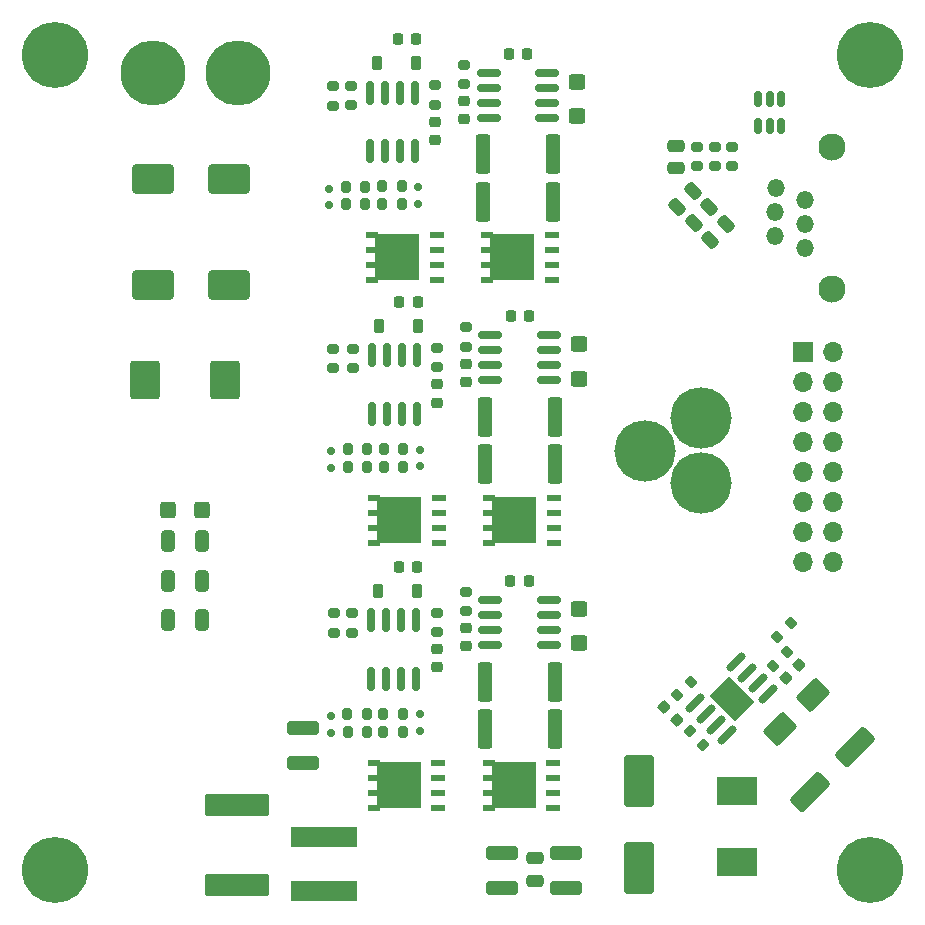
<source format=gts>
%TF.GenerationSoftware,KiCad,Pcbnew,8.0.1*%
%TF.CreationDate,2024-09-08T16:29:12+01:00*%
%TF.ProjectId,BaselineRP2040MotorController,42617365-6c69-46e6-9552-50323034304d,rev?*%
%TF.SameCoordinates,Original*%
%TF.FileFunction,Soldermask,Top*%
%TF.FilePolarity,Negative*%
%FSLAX46Y46*%
G04 Gerber Fmt 4.6, Leading zero omitted, Abs format (unit mm)*
G04 Created by KiCad (PCBNEW 8.0.1) date 2024-09-08 16:29:12*
%MOMM*%
%LPD*%
G01*
G04 APERTURE LIST*
G04 Aperture macros list*
%AMRoundRect*
0 Rectangle with rounded corners*
0 $1 Rounding radius*
0 $2 $3 $4 $5 $6 $7 $8 $9 X,Y pos of 4 corners*
0 Add a 4 corners polygon primitive as box body*
4,1,4,$2,$3,$4,$5,$6,$7,$8,$9,$2,$3,0*
0 Add four circle primitives for the rounded corners*
1,1,$1+$1,$2,$3*
1,1,$1+$1,$4,$5*
1,1,$1+$1,$6,$7*
1,1,$1+$1,$8,$9*
0 Add four rect primitives between the rounded corners*
20,1,$1+$1,$2,$3,$4,$5,0*
20,1,$1+$1,$4,$5,$6,$7,0*
20,1,$1+$1,$6,$7,$8,$9,0*
20,1,$1+$1,$8,$9,$2,$3,0*%
%AMRotRect*
0 Rectangle, with rotation*
0 The origin of the aperture is its center*
0 $1 length*
0 $2 width*
0 $3 Rotation angle, in degrees counterclockwise*
0 Add horizontal line*
21,1,$1,$2,0,0,$3*%
G04 Aperture macros list end*
%ADD10RoundRect,0.200000X-0.275000X0.200000X-0.275000X-0.200000X0.275000X-0.200000X0.275000X0.200000X0*%
%ADD11RoundRect,0.250000X0.475000X-0.250000X0.475000X0.250000X-0.475000X0.250000X-0.475000X-0.250000X0*%
%ADD12RoundRect,0.250000X0.159099X-0.512652X0.512652X-0.159099X-0.159099X0.512652X-0.512652X0.159099X0*%
%ADD13RoundRect,0.250000X-0.362500X-1.425000X0.362500X-1.425000X0.362500X1.425000X-0.362500X1.425000X0*%
%ADD14RoundRect,0.250000X0.247487X1.166726X-1.166726X-0.247487X-0.247487X-1.166726X1.166726X0.247487X0*%
%ADD15RoundRect,0.200000X0.200000X0.275000X-0.200000X0.275000X-0.200000X-0.275000X0.200000X-0.275000X0*%
%ADD16RoundRect,0.200000X-0.200000X-0.275000X0.200000X-0.275000X0.200000X0.275000X-0.200000X0.275000X0*%
%ADD17RoundRect,0.150000X0.825000X0.150000X-0.825000X0.150000X-0.825000X-0.150000X0.825000X-0.150000X0*%
%ADD18RoundRect,0.250000X0.325000X0.650000X-0.325000X0.650000X-0.325000X-0.650000X0.325000X-0.650000X0*%
%ADD19RoundRect,0.150000X-0.150000X0.825000X-0.150000X-0.825000X0.150000X-0.825000X0.150000X0.825000X0*%
%ADD20RoundRect,0.250000X-2.475000X0.712500X-2.475000X-0.712500X2.475000X-0.712500X2.475000X0.712500X0*%
%ADD21RoundRect,0.150000X-0.477297X-0.689429X0.689429X0.477297X0.477297X0.689429X-0.689429X-0.477297X0*%
%ADD22RotRect,2.290000X3.000000X45.000000*%
%ADD23C,5.500000*%
%ADD24R,3.500000X2.350000*%
%ADD25RoundRect,0.225000X-0.017678X0.335876X-0.335876X0.017678X0.017678X-0.335876X0.335876X-0.017678X0*%
%ADD26RoundRect,0.250000X1.100000X-0.325000X1.100000X0.325000X-1.100000X0.325000X-1.100000X-0.325000X0*%
%ADD27RoundRect,0.150000X0.200000X-0.150000X0.200000X0.150000X-0.200000X0.150000X-0.200000X-0.150000X0*%
%ADD28C,3.600000*%
%ADD29C,5.600000*%
%ADD30RoundRect,0.250000X1.500000X1.000000X-1.500000X1.000000X-1.500000X-1.000000X1.500000X-1.000000X0*%
%ADD31RoundRect,0.225000X-0.225000X-0.250000X0.225000X-0.250000X0.225000X0.250000X-0.225000X0.250000X0*%
%ADD32RoundRect,0.225000X0.250000X-0.225000X0.250000X0.225000X-0.250000X0.225000X-0.250000X-0.225000X0*%
%ADD33R,1.270000X0.610000*%
%ADD34R,3.810000X3.910000*%
%ADD35R,1.020000X0.610000*%
%ADD36RoundRect,0.250000X0.450000X-0.400000X0.450000X0.400000X-0.450000X0.400000X-0.450000X-0.400000X0*%
%ADD37RoundRect,0.225000X-0.225000X-0.375000X0.225000X-0.375000X0.225000X0.375000X-0.225000X0.375000X0*%
%ADD38RoundRect,0.250000X-0.159099X0.512652X-0.512652X0.159099X0.159099X-0.512652X0.512652X-0.159099X0*%
%ADD39R,1.700000X1.700000*%
%ADD40O,1.700000X1.700000*%
%ADD41RoundRect,0.150000X-0.150000X0.512500X-0.150000X-0.512500X0.150000X-0.512500X0.150000X0.512500X0*%
%ADD42RoundRect,0.200000X-0.053033X0.335876X-0.335876X0.053033X0.053033X-0.335876X0.335876X-0.053033X0*%
%ADD43RoundRect,0.250000X-1.000000X1.400000X-1.000000X-1.400000X1.000000X-1.400000X1.000000X1.400000X0*%
%ADD44C,2.300000*%
%ADD45O,1.500000X1.500000*%
%ADD46R,5.700000X1.700000*%
%ADD47RoundRect,0.225000X0.335876X0.017678X0.017678X0.335876X-0.335876X-0.017678X-0.017678X-0.335876X0*%
%ADD48RoundRect,0.250000X-0.671751X-1.449569X1.449569X0.671751X0.671751X1.449569X-1.449569X-0.671751X0*%
%ADD49RoundRect,0.250000X1.000000X-1.950000X1.000000X1.950000X-1.000000X1.950000X-1.000000X-1.950000X0*%
%ADD50RoundRect,0.250000X0.400000X0.450000X-0.400000X0.450000X-0.400000X-0.450000X0.400000X-0.450000X0*%
%ADD51RoundRect,0.200000X-0.335876X-0.053033X-0.053033X-0.335876X0.335876X0.053033X0.053033X0.335876X0*%
%ADD52C,5.200000*%
G04 APERTURE END LIST*
D10*
%TO.C,R50*%
X171719997Y-40875003D03*
X171720003Y-42525001D03*
%TD*%
D11*
%TO.C,C48*%
X167000000Y-42700000D03*
X167000000Y-40800000D03*
%TD*%
D12*
%TO.C,C39*%
X167056498Y-45943502D03*
X168400000Y-44600000D03*
%TD*%
D13*
%TO.C,R22*%
X150802966Y-86163180D03*
X156727966Y-86163180D03*
%TD*%
D14*
%TO.C,D16*%
X178594977Y-87305028D03*
X175766543Y-90133456D03*
%TD*%
D15*
%TO.C,R27*%
X140678089Y-44247149D03*
X139028091Y-44247145D03*
%TD*%
D13*
%TO.C,R21*%
X150765466Y-90163180D03*
X156690466Y-90163180D03*
%TD*%
%TO.C,R48*%
X150786964Y-67764392D03*
X156711964Y-67764392D03*
%TD*%
D10*
%TO.C,R12*%
X146726230Y-80333786D03*
X146726228Y-81983784D03*
%TD*%
D16*
%TO.C,R26*%
X142079547Y-44238665D03*
X143729545Y-44238665D03*
%TD*%
D15*
%TO.C,R17*%
X140814356Y-90410350D03*
X139164358Y-90410354D03*
%TD*%
D17*
%TO.C,U6*%
X156195223Y-83055622D03*
X156195223Y-81785620D03*
X156195226Y-80515619D03*
X156195221Y-79245620D03*
X151245223Y-79245618D03*
X151245223Y-80515620D03*
X151245220Y-81785621D03*
X151245225Y-83055620D03*
%TD*%
D10*
%TO.C,R24*%
X139436590Y-35729587D03*
X139436588Y-37379585D03*
%TD*%
D18*
%TO.C,C34*%
X126875004Y-80949998D03*
X123925002Y-80950002D03*
%TD*%
D10*
%TO.C,R36*%
X137900001Y-57978800D03*
X137899999Y-59628798D03*
%TD*%
D19*
%TO.C,U5*%
X144976336Y-80970185D03*
X143706337Y-80970182D03*
X142436336Y-80970183D03*
X141166335Y-80970183D03*
X141166336Y-85920181D03*
X142436335Y-85920184D03*
X143706336Y-85920183D03*
X144976337Y-85920183D03*
%TD*%
D10*
%TO.C,R23*%
X137887185Y-35737594D03*
X137887183Y-37387592D03*
%TD*%
D20*
%TO.C,F1*%
X129799998Y-96625002D03*
X129800000Y-103400000D03*
%TD*%
D15*
%TO.C,R30*%
X140674999Y-45749998D03*
X139025001Y-45750002D03*
%TD*%
%TO.C,R43*%
X140843279Y-67977264D03*
X139193281Y-67977260D03*
%TD*%
D16*
%TO.C,R39*%
X142238615Y-66499706D03*
X143888615Y-66499706D03*
%TD*%
D21*
%TO.C,U13*%
X168586143Y-88005563D03*
X169484170Y-88903591D03*
X170382196Y-89801620D03*
X171280226Y-90699641D03*
X174780403Y-87199465D03*
X173882376Y-86301437D03*
X172984350Y-85403408D03*
X172086320Y-84505387D03*
D22*
X171683273Y-87602514D03*
%TD*%
D23*
%TO.C,J4*%
X122700000Y-34600000D03*
X129900000Y-34600000D03*
%TD*%
D24*
%TO.C,L1*%
X172150000Y-95400000D03*
X172150000Y-101450000D03*
%TD*%
D25*
%TO.C,C57*%
X177378762Y-84721236D03*
X176282758Y-85817248D03*
%TD*%
D26*
%TO.C,C65*%
X152250001Y-103625003D03*
X152249999Y-100674997D03*
%TD*%
D10*
%TO.C,R10*%
X138011862Y-80390772D03*
X138011860Y-82040770D03*
%TD*%
D26*
%TO.C,C64*%
X135400001Y-93075000D03*
X135399999Y-90125000D03*
%TD*%
D27*
%TO.C,D4*%
X137727965Y-89081509D03*
X137727965Y-90481505D03*
%TD*%
D28*
%TO.C,H2*%
X183400000Y-102100000D03*
D29*
X183400000Y-102100000D03*
%TD*%
D30*
%TO.C,C37*%
X129150002Y-52599998D03*
X122649998Y-52600002D03*
%TD*%
D31*
%TO.C,C16*%
X143525000Y-76450000D03*
X145075000Y-76450000D03*
%TD*%
D32*
%TO.C,C1*%
X149201525Y-83175767D03*
X149201529Y-81625771D03*
%TD*%
D33*
%TO.C,AH2*%
X146710001Y-50884999D03*
X146710001Y-49614999D03*
X146709998Y-52155000D03*
X146710002Y-48345000D03*
D34*
X143350000Y-50250000D03*
D35*
X141245001Y-48345001D03*
X141244999Y-49615003D03*
X141244998Y-52154999D03*
X141244997Y-50885001D03*
%TD*%
D36*
%TO.C,D5*%
X158779558Y-82930800D03*
X158779558Y-80030796D03*
%TD*%
D10*
%TO.C,R5*%
X149057337Y-33925001D03*
X149057343Y-35574999D03*
%TD*%
D37*
%TO.C,D2*%
X141773655Y-78451701D03*
X145073655Y-78451701D03*
%TD*%
D36*
%TO.C,D13*%
X158794655Y-60498233D03*
X158794655Y-57598229D03*
%TD*%
D38*
%TO.C,C45*%
X169800000Y-46000000D03*
X168456498Y-47343502D03*
%TD*%
D26*
%TO.C,C51*%
X157650001Y-103625000D03*
X157649999Y-100675000D03*
%TD*%
D39*
%TO.C,J5*%
X177750001Y-58225002D03*
D40*
X180290001Y-58225002D03*
X177750001Y-60765002D03*
X180289999Y-60764999D03*
X177750006Y-63305001D03*
X180290002Y-63304999D03*
X177750001Y-65845002D03*
X180290002Y-65845002D03*
X177750000Y-68385002D03*
X180290003Y-68385004D03*
X177750006Y-70925002D03*
X180290001Y-70925002D03*
X177750001Y-73465002D03*
X180290003Y-73465003D03*
X177750003Y-76005005D03*
X180290004Y-76005002D03*
%TD*%
D41*
%TO.C,U11*%
X175850000Y-36799995D03*
X174900002Y-36799999D03*
X173950000Y-36800000D03*
X173950004Y-39075001D03*
X174900002Y-39074997D03*
X175850004Y-39074996D03*
%TD*%
D38*
%TO.C,C42*%
X171200000Y-47400000D03*
X169856498Y-48743502D03*
%TD*%
D10*
%TO.C,R25*%
X146600001Y-35675001D03*
X146599999Y-37324999D03*
%TD*%
D33*
%TO.C,AL2*%
X156460001Y-50884999D03*
X156460001Y-49614999D03*
X156459998Y-52155000D03*
X156460002Y-48345000D03*
D34*
X153100000Y-50250000D03*
D35*
X150995001Y-48345001D03*
X150994999Y-49615003D03*
X150994998Y-52154999D03*
X150994997Y-50885001D03*
%TD*%
D32*
%TO.C,C3*%
X149216061Y-60785578D03*
X149216065Y-59235582D03*
%TD*%
D31*
%TO.C,C27*%
X152825000Y-33000000D03*
X154375000Y-33000000D03*
%TD*%
D18*
%TO.C,C38*%
X126875004Y-74249997D03*
X123925002Y-74250001D03*
%TD*%
D32*
%TO.C,C32*%
X146766578Y-62552940D03*
X146766582Y-61002944D03*
%TD*%
D42*
%TO.C,R59*%
X176664117Y-81235876D03*
X175497403Y-82402608D03*
%TD*%
D27*
%TO.C,D3*%
X145284367Y-88942409D03*
X145284367Y-90342405D03*
%TD*%
D37*
%TO.C,D6*%
X141654187Y-33806864D03*
X144954191Y-33806870D03*
%TD*%
D19*
%TO.C,U9*%
X145053544Y-58544625D03*
X143783545Y-58544622D03*
X142513544Y-58544623D03*
X141243543Y-58544623D03*
X141243544Y-63494621D03*
X142513543Y-63494624D03*
X143783544Y-63494623D03*
X145053545Y-63494623D03*
%TD*%
D10*
%TO.C,R52*%
X168749991Y-40874999D03*
X168749997Y-42524997D03*
%TD*%
D33*
%TO.C,AH1*%
X146837967Y-95548179D03*
X146837967Y-94278179D03*
X146837964Y-96818180D03*
X146837968Y-93008180D03*
D34*
X143477966Y-94913180D03*
D35*
X141372967Y-93008181D03*
X141372965Y-94278183D03*
X141372964Y-96818179D03*
X141372963Y-95548181D03*
%TD*%
D31*
%TO.C,C22*%
X143399070Y-31790953D03*
X144949070Y-31790953D03*
%TD*%
D15*
%TO.C,R14*%
X140804476Y-88905815D03*
X139154478Y-88905819D03*
%TD*%
%TO.C,R40*%
X140836121Y-66494219D03*
X139186123Y-66494215D03*
%TD*%
D30*
%TO.C,C36*%
X129150002Y-43599998D03*
X122649998Y-43600002D03*
%TD*%
D33*
%TO.C,AH3*%
X146897774Y-73138062D03*
X146897774Y-71868062D03*
X146897771Y-74408063D03*
X146897775Y-70598063D03*
D34*
X143537773Y-72503063D03*
D35*
X141432774Y-70598064D03*
X141432772Y-71868066D03*
X141432771Y-74408062D03*
X141432770Y-73138064D03*
%TD*%
D28*
%TO.C,H4*%
X114400000Y-33100000D03*
D29*
X114400000Y-33100000D03*
%TD*%
D16*
%TO.C,R29*%
X142079547Y-45738665D03*
X143729545Y-45738665D03*
%TD*%
D32*
%TO.C,C26*%
X146599996Y-40299996D03*
X146600000Y-38750000D03*
%TD*%
D27*
%TO.C,D11*%
X145315291Y-66530284D03*
X145315291Y-67930280D03*
%TD*%
D10*
%TO.C,R11*%
X139558316Y-80390772D03*
X139558314Y-82040770D03*
%TD*%
D28*
%TO.C,H3*%
X183400000Y-33100000D03*
D29*
X183400000Y-33100000D03*
%TD*%
D43*
%TO.C,D15*%
X128799999Y-60599998D03*
X122000001Y-60600002D03*
%TD*%
D44*
%TO.C,J2*%
X180200000Y-52899998D03*
X180200000Y-40900002D03*
D45*
X175400001Y-44350000D03*
X177900000Y-45370001D03*
X175359998Y-46390000D03*
X177900001Y-47409998D03*
X175360000Y-48430000D03*
X177900001Y-49450001D03*
%TD*%
D11*
%TO.C,C52*%
X155000000Y-103000000D03*
X155000000Y-101100000D03*
%TD*%
D42*
%TO.C,R57*%
X168197475Y-86152510D03*
X167030761Y-87319242D03*
%TD*%
D18*
%TO.C,C35*%
X126875001Y-77599998D03*
X123924999Y-77600002D03*
%TD*%
D46*
%TO.C,L3*%
X137150001Y-99350001D03*
X137150001Y-103849999D03*
%TD*%
D27*
%TO.C,D7*%
X145154546Y-44288669D03*
X145154546Y-45688661D03*
%TD*%
D33*
%TO.C,AL3*%
X156633764Y-73117377D03*
X156633764Y-71847377D03*
X156633761Y-74387378D03*
X156633765Y-70577378D03*
D34*
X153273763Y-72482378D03*
D35*
X151168764Y-70577379D03*
X151168762Y-71847381D03*
X151168761Y-74387377D03*
X151168760Y-73117379D03*
%TD*%
D16*
%TO.C,R42*%
X142235584Y-67990019D03*
X143885584Y-67990019D03*
%TD*%
D10*
%TO.C,R37*%
X139600275Y-57978800D03*
X139600273Y-59628798D03*
%TD*%
D47*
%TO.C,C55*%
X167080760Y-89369242D03*
X165984752Y-88273226D03*
%TD*%
D10*
%TO.C,R6*%
X149197186Y-56150512D03*
X149197184Y-57800510D03*
%TD*%
D31*
%TO.C,C33*%
X152969717Y-55241110D03*
X154519717Y-55241110D03*
%TD*%
D37*
%TO.C,D10*%
X141818065Y-56057786D03*
X145118065Y-56057786D03*
%TD*%
D13*
%TO.C,R34*%
X150655449Y-45531089D03*
X156580449Y-45531089D03*
%TD*%
D48*
%TO.C,C60*%
X178290809Y-95509185D03*
X182109191Y-91690815D03*
%TD*%
D16*
%TO.C,R16*%
X142202210Y-90395430D03*
X143852210Y-90395430D03*
%TD*%
D10*
%TO.C,R4*%
X149180360Y-78571154D03*
X149180366Y-80221152D03*
%TD*%
D36*
%TO.C,D9*%
X158624260Y-38257298D03*
X158624260Y-35357294D03*
%TD*%
D49*
%TO.C,C49*%
X163800000Y-101950002D03*
X163800000Y-94549998D03*
%TD*%
D32*
%TO.C,C20*%
X146727964Y-84938178D03*
X146727968Y-83388182D03*
%TD*%
D42*
%TO.C,R58*%
X176364123Y-83635882D03*
X175197397Y-84802602D03*
%TD*%
D27*
%TO.C,D8*%
X137601013Y-44418948D03*
X137601013Y-45818944D03*
%TD*%
D31*
%TO.C,C21*%
X152948148Y-77655263D03*
X154498148Y-77655263D03*
%TD*%
D50*
%TO.C,D14*%
X126850000Y-71600000D03*
X123950000Y-71600000D03*
%TD*%
D10*
%TO.C,R38*%
X146755579Y-57910182D03*
X146755585Y-59560180D03*
%TD*%
D51*
%TO.C,R56*%
X168116634Y-90316643D03*
X169283366Y-91483357D03*
%TD*%
D17*
%TO.C,U8*%
X156075000Y-38405002D03*
X156075000Y-37135000D03*
X156075003Y-35864999D03*
X156074998Y-34595000D03*
X151125000Y-34594998D03*
X151125000Y-35865000D03*
X151124997Y-37135001D03*
X151125002Y-38405000D03*
%TD*%
D32*
%TO.C,C2*%
X149049602Y-38531078D03*
X149049606Y-36981082D03*
%TD*%
D31*
%TO.C,C28*%
X143547780Y-54040518D03*
X145097780Y-54040518D03*
%TD*%
D52*
%TO.C,J3*%
X169099999Y-69350000D03*
X169100001Y-63850000D03*
X164340000Y-66600000D03*
%TD*%
D19*
%TO.C,U7*%
X144849999Y-36300002D03*
X143580001Y-36299998D03*
X142309998Y-36299999D03*
X141039998Y-36300000D03*
X141039999Y-41249998D03*
X142309997Y-41250002D03*
X143580000Y-41250001D03*
X144850000Y-41250000D03*
%TD*%
D13*
%TO.C,R47*%
X150800004Y-63750004D03*
X156725004Y-63750004D03*
%TD*%
D27*
%TO.C,D12*%
X137761383Y-66661166D03*
X137761383Y-68061162D03*
%TD*%
D16*
%TO.C,R13*%
X142195892Y-88899835D03*
X143845892Y-88899835D03*
%TD*%
D33*
%TO.C,AL1*%
X156587967Y-95548179D03*
X156587967Y-94278179D03*
X156587964Y-96818180D03*
X156587968Y-93008180D03*
D34*
X153227966Y-94913180D03*
D35*
X151122967Y-93008181D03*
X151122965Y-94278183D03*
X151122964Y-96818179D03*
X151122963Y-95548181D03*
%TD*%
D13*
%TO.C,R35*%
X150637500Y-41500000D03*
X156562500Y-41500000D03*
%TD*%
D10*
%TO.C,R54*%
X170249994Y-40875001D03*
X170250000Y-42524999D03*
%TD*%
D28*
%TO.C,H1*%
X114400000Y-102100000D03*
D29*
X114400000Y-102100000D03*
%TD*%
D17*
%TO.C,U10*%
X156210913Y-60626435D03*
X156210918Y-59356436D03*
X156210916Y-58086434D03*
X156210916Y-56816432D03*
X151260919Y-56816433D03*
X151260914Y-58086432D03*
X151260916Y-59356434D03*
X151260916Y-60626436D03*
%TD*%
M02*

</source>
